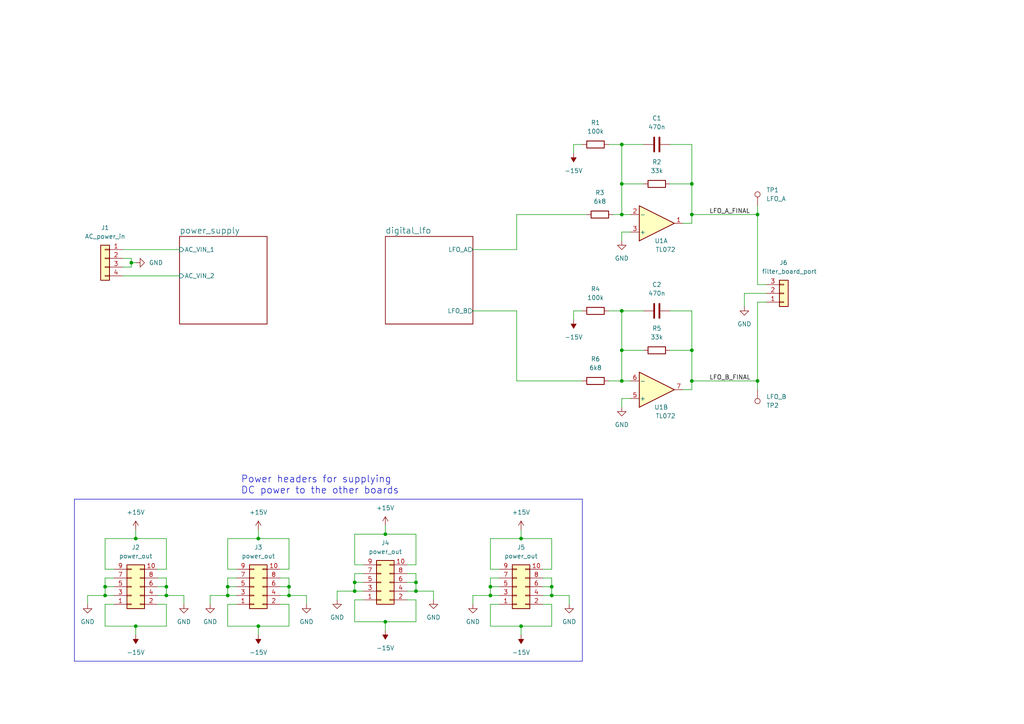
<source format=kicad_sch>
(kicad_sch (version 20230121) (generator eeschema)
  (paper "A4")
  (title_block (title "M.S.M. Stereo Lowpass Filter Pedal") (date "2022-06-07") (rev "0") (comment 2 "creativecommons.org/licenses/by/4.0") (comment 3 "License: CC by 4.0") (comment 4 "Author: Jordan Aceto"))
  (lib_symbols
    (symbol "Amplifier_Operational:TL072" (pin_names (offset 0.127))
      (property "Reference" "U" (at 0 5.08 0))
      (property "Value" "TL072" (at 0 -5.08 0))
      (symbol "TL072_1_1"
        (polyline (pts (xy -5.08 5.08) (xy 5.08 0) (xy -5.08 -5.08) (xy -5.08 5.08)) (stroke (width 0.254)) (fill (type background)))
        (pin output line (at 7.62 0 180) (length 2.54) (name "~") (number "1"))
        (pin input line (at -7.62 -2.54 0) (length 2.54) (name "-") (number "2"))
        (pin input line (at -7.62 2.54 0) (length 2.54) (name "+") (number "3"))
      )
      (symbol "TL072_2_1"
        (polyline (pts (xy -5.08 5.08) (xy 5.08 0) (xy -5.08 -5.08) (xy -5.08 5.08)) (stroke (width 0.254)) (fill (type background)))
        (pin input line (at -7.62 2.54 0) (length 2.54) (name "+") (number "5"))
        (pin input line (at -7.62 -2.54 0) (length 2.54) (name "-") (number "6"))
        (pin output line (at 7.62 0 180) (length 2.54) (name "~") (number "7"))
      )
      (symbol "TL072_3_1"
        (pin power_in line (at -2.54 -7.62 90) (length 3.81) (name "V-") (number "4"))
        (pin power_in line (at -2.54 7.62 270) (length 3.81) (name "V+") (number "8"))
      )
    )
    (symbol "Connector:TestPoint" (pin_numbers hide) (pin_names (offset 0.762) hide)
      (property "Reference" "TP" (at 0 6.858 0))
      (property "Value" "TestPoint" (at 0 5.08 0))
      (symbol "TestPoint_0_1"
        (circle (center 0 3.302) (radius 0.762))
      )
      (symbol "TestPoint_1_1"
        (pin passive line (at 0 0 90) (length 2.54) (name "1") (number "1"))
      )
    )
    (symbol "Connector_Generic:Conn_01x03" (pin_names (offset 1.016) hide)
      (property "Reference" "J" (at 0 5.08 0))
      (property "Value" "Conn_01x03" (at 0 -5.08 0))
      (symbol "Conn_01x03_1_1"
        (rectangle (start -1.27 -2.413) (end 0 -2.667) (stroke (width 0.1524)))
        (rectangle (start -1.27 0.127) (end 0 -0.127) (stroke (width 0.1524)))
        (rectangle (start -1.27 2.667) (end 0 2.413) (stroke (width 0.1524)))
        (rectangle (start -1.27 3.81) (end 1.27 -3.81) (stroke (width 0.254)) (fill (type background)))
        (pin passive line (at -5.08 2.54 0) (length 3.81) (name "Pin_1") (number "1"))
        (pin passive line (at -5.08 0 0) (length 3.81) (name "Pin_2") (number "2"))
        (pin passive line (at -5.08 -2.54 0) (length 3.81) (name "Pin_3") (number "3"))
      )
    )
    (symbol "Connector_Generic:Conn_01x04" (pin_names (offset 1.016) hide)
      (property "Reference" "J" (at 0 5.08 0))
      (property "Value" "Conn_01x04" (at 0 -7.62 0))
      (symbol "Conn_01x04_1_1"
        (rectangle (start -1.27 -4.953) (end 0 -5.207) (stroke (width 0.1524)))
        (rectangle (start -1.27 -2.413) (end 0 -2.667) (stroke (width 0.1524)))
        (rectangle (start -1.27 0.127) (end 0 -0.127) (stroke (width 0.1524)))
        (rectangle (start -1.27 2.667) (end 0 2.413) (stroke (width 0.1524)))
        (rectangle (start -1.27 3.81) (end 1.27 -6.35) (stroke (width 0.254)) (fill (type background)))
        (pin passive line (at -5.08 2.54 0) (length 3.81) (name "Pin_1") (number "1"))
        (pin passive line (at -5.08 0 0) (length 3.81) (name "Pin_2") (number "2"))
        (pin passive line (at -5.08 -2.54 0) (length 3.81) (name "Pin_3") (number "3"))
        (pin passive line (at -5.08 -5.08 0) (length 3.81) (name "Pin_4") (number "4"))
      )
    )
    (symbol "Connector_Generic:Conn_02x05_Odd_Even" (pin_names (offset 1.016) hide)
      (property "Reference" "J" (at 1.27 7.62 0))
      (property "Value" "Conn_02x05_Odd_Even" (at 1.27 -7.62 0))
      (symbol "Conn_02x05_Odd_Even_1_1"
        (rectangle (start -1.27 -4.953) (end 0 -5.207) (stroke (width 0.1524)))
        (rectangle (start -1.27 -2.413) (end 0 -2.667) (stroke (width 0.1524)))
        (rectangle (start -1.27 0.127) (end 0 -0.127) (stroke (width 0.1524)))
        (rectangle (start -1.27 2.667) (end 0 2.413) (stroke (width 0.1524)))
        (rectangle (start -1.27 5.207) (end 0 4.953) (stroke (width 0.1524)))
        (rectangle (start -1.27 6.35) (end 3.81 -6.35) (stroke (width 0.254)) (fill (type background)))
        (rectangle (start 3.81 -4.953) (end 2.54 -5.207) (stroke (width 0.1524)))
        (rectangle (start 3.81 -2.413) (end 2.54 -2.667) (stroke (width 0.1524)))
        (rectangle (start 3.81 0.127) (end 2.54 -0.127) (stroke (width 0.1524)))
        (rectangle (start 3.81 2.667) (end 2.54 2.413) (stroke (width 0.1524)))
        (rectangle (start 3.81 5.207) (end 2.54 4.953) (stroke (width 0.1524)))
        (pin passive line (at -5.08 5.08 0) (length 3.81) (name "Pin_1") (number "1"))
        (pin passive line (at 7.62 -5.08 180) (length 3.81) (name "Pin_10") (number "10"))
        (pin passive line (at 7.62 5.08 180) (length 3.81) (name "Pin_2") (number "2"))
        (pin passive line (at -5.08 2.54 0) (length 3.81) (name "Pin_3") (number "3"))
        (pin passive line (at 7.62 2.54 180) (length 3.81) (name "Pin_4") (number "4"))
        (pin passive line (at -5.08 0 0) (length 3.81) (name "Pin_5") (number "5"))
        (pin passive line (at 7.62 0 180) (length 3.81) (name "Pin_6") (number "6"))
        (pin passive line (at -5.08 -2.54 0) (length 3.81) (name "Pin_7") (number "7"))
        (pin passive line (at 7.62 -2.54 180) (length 3.81) (name "Pin_8") (number "8"))
        (pin passive line (at -5.08 -5.08 0) (length 3.81) (name "Pin_9") (number "9"))
      )
    )
    (symbol "Device:C" (pin_numbers hide) (pin_names (offset 0.254))
      (property "Reference" "C" (at 0.635 2.54 0))
      (property "Value" "C" (at 0.635 -2.54 0))
      (symbol "C_0_1"
        (polyline (pts (xy -2.032 -0.762) (xy 2.032 -0.762)) (stroke (width 0.508)))
        (polyline (pts (xy -2.032 0.762) (xy 2.032 0.762)) (stroke (width 0.508)))
      )
      (symbol "C_1_1"
        (pin passive line (at 0 3.81 270) (length 2.794) (name "~") (number "1"))
        (pin passive line (at 0 -3.81 90) (length 2.794) (name "~") (number "2"))
      )
    )
    (symbol "Device:R" (pin_numbers hide) (pin_names (offset 0))
      (property "Reference" "R" (at 2.032 0 90))
      (property "Value" "R" (at 0 0 90))
      (symbol "R_0_1"
        (rectangle (start -1.016 -2.54) (end 1.016 2.54) (stroke (width 0.254)))
      )
      (symbol "R_1_1"
        (pin passive line (at 0 3.81 270) (length 1.27) (name "~") (number "1"))
        (pin passive line (at 0 -3.81 90) (length 1.27) (name "~") (number "2"))
      )
    )
    (symbol "power:+15V" (power) (pin_names (offset 0))
      (property "Value" "+15V" (at 0 3.556 0))
      (symbol "+15V_0_1"
        (polyline (pts (xy -0.762 1.27) (xy 0 2.54)))
        (polyline (pts (xy 0 0) (xy 0 2.54)))
        (polyline (pts (xy 0 2.54) (xy 0.762 1.27)))
      )
      (symbol "+15V_1_1"
        (pin power_in line (at 0 0 90) (length 0) hide (name "+15V") (number "1"))
      )
    )
    (symbol "power:-15V" (power) (pin_names (offset 0))
      (property "Value" "-15V" (at 0 3.81 0))
      (symbol "-15V_0_0"
        (pin power_in line (at 0 0 90) (length 0) hide (name "-15V") (number "1"))
      )
      (symbol "-15V_0_1"
        (polyline (pts (xy 0 0) (xy 0 1.27) (xy 0.762 1.27) (xy 0 2.54) (xy -0.762 1.27) (xy 0 1.27)) (fill (type outline)))
      )
    )
    (symbol "power:GND" (power) (pin_names (offset 0))
      (property "Value" "GND" (at 0 -3.81 0))
      (symbol "GND_0_1"
        (polyline (pts (xy 0 0) (xy 0 -1.27) (xy 1.27 -1.27) (xy 0 -2.54) (xy -1.27 -1.27) (xy 0 -1.27)))
      )
      (symbol "GND_1_1"
        (pin power_in line (at 0 0 270) (length 0) hide (name "GND") (number "1"))
      )
    )
  )
  (junction (at 83.82 172.72))
  (junction (at 200.66 62.23))
  (junction (at 30.48 172.72))
  (junction (at 66.04 172.72))
  (junction (at 102.87 171.45))
  (junction (at 38.1 76.2))
  (junction (at 142.24 172.72))
  (junction (at 219.71 110.49))
  (junction (at 200.66 53.34))
  (junction (at 200.66 110.49))
  (junction (at 66.04 170.18))
  (junction (at 219.71 62.23))
  (junction (at 111.76 180.34))
  (junction (at 180.34 41.91))
  (junction (at 180.34 101.6))
  (junction (at 74.93 181.61))
  (junction (at 39.37 181.61))
  (junction (at 160.02 170.18))
  (junction (at 48.26 170.18))
  (junction (at 151.13 181.61))
  (junction (at 180.34 90.17))
  (junction (at 180.34 110.49))
  (junction (at 48.26 172.72))
  (junction (at 83.82 170.18))
  (junction (at 102.87 168.91))
  (junction (at 74.93 156.21))
  (junction (at 200.66 101.6))
  (junction (at 180.34 53.34))
  (junction (at 142.24 170.18))
  (junction (at 151.13 156.21))
  (junction (at 39.37 156.21))
  (junction (at 180.34 62.23))
  (junction (at 120.65 168.91))
  (junction (at 160.02 172.72))
  (junction (at 111.76 154.94))
  (junction (at 30.48 170.18))
  (junction (at 120.65 171.45))
  (wire (pts (xy 151.13 153.67) (xy 151.13 156.21)))
  (wire (pts (xy 137.16 175.26) (xy 137.16 172.72)))
  (wire (pts (xy 142.24 170.18) (xy 144.78 170.18)))
  (wire (pts (xy 219.71 113.03) (xy 219.71 110.49)))
  (wire (pts (xy 105.41 173.99) (xy 102.87 173.99)))
  (wire (pts (xy 215.9 85.09) (xy 222.25 85.09)))
  (wire (pts (xy 111.76 180.34) (xy 120.65 180.34)))
  (wire (pts (xy 25.4 175.26) (xy 25.4 172.72)))
  (wire (pts (xy 118.11 171.45) (xy 120.65 171.45)))
  (wire (pts (xy 176.53 90.17) (xy 180.34 90.17)))
  (wire (pts (xy 137.16 90.17) (xy 149.86 90.17)))
  (wire (pts (xy 120.65 168.91) (xy 120.65 166.37)))
  (wire (pts (xy 30.48 170.18) (xy 30.48 172.72)))
  (wire (pts (xy 66.04 181.61) (xy 74.93 181.61)))
  (wire (pts (xy 186.69 90.17) (xy 180.34 90.17)))
  (wire (pts (xy 30.48 165.1) (xy 33.02 165.1)))
  (wire (pts (xy 176.53 41.91) (xy 180.34 41.91)))
  (wire (pts (xy 66.04 167.64) (xy 68.58 167.64)))
  (wire (pts (xy 111.76 180.34) (xy 111.76 182.88)))
  (wire (pts (xy 83.82 156.21) (xy 74.93 156.21)))
  (wire (pts (xy 118.11 168.91) (xy 120.65 168.91)))
  (wire (pts (xy 186.69 41.91) (xy 180.34 41.91)))
  (wire (pts (xy 160.02 175.26) (xy 157.48 175.26)))
  (wire (pts (xy 142.24 167.64) (xy 144.78 167.64)))
  (wire (pts (xy 83.82 181.61) (xy 83.82 175.26)))
  (wire (pts (xy 182.88 110.49) (xy 180.34 110.49)))
  (wire (pts (xy 111.76 154.94) (xy 102.87 154.94)))
  (wire (pts (xy 105.41 171.45) (xy 102.87 171.45)))
  (wire (pts (xy 66.04 156.21) (xy 66.04 165.1)))
  (wire (pts (xy 194.31 53.34) (xy 200.66 53.34)))
  (wire (pts (xy 142.24 167.64) (xy 142.24 170.18)))
  (wire (pts (xy 194.31 101.6) (xy 200.66 101.6)))
  (wire (pts (xy 219.71 59.69) (xy 219.71 62.23)))
  (wire (pts (xy 81.28 167.64) (xy 83.82 167.64)))
  (wire (pts (xy 142.24 156.21) (xy 142.24 165.1)))
  (wire (pts (xy 120.65 173.99) (xy 118.11 173.99)))
  (wire (pts (xy 97.79 171.45) (xy 102.87 171.45)))
  (wire (pts (xy 30.48 181.61) (xy 39.37 181.61)))
  (wire (pts (xy 83.82 165.1) (xy 83.82 156.21)))
  (wire (pts (xy 74.93 156.21) (xy 66.04 156.21)))
  (wire (pts (xy 200.66 90.17) (xy 200.66 101.6)))
  (wire (pts (xy 180.34 53.34) (xy 180.34 62.23)))
  (wire (pts (xy 30.48 175.26) (xy 30.48 181.61)))
  (wire (pts (xy 137.16 172.72) (xy 142.24 172.72)))
  (wire (pts (xy 120.65 154.94) (xy 111.76 154.94)))
  (wire (pts (xy 157.48 167.64) (xy 160.02 167.64)))
  (polyline (pts (xy 168.91 191.77) (xy 168.91 144.78)))
  (wire (pts (xy 33.02 175.26) (xy 30.48 175.26)))
  (wire (pts (xy 180.34 115.57) (xy 182.88 115.57)))
  (wire (pts (xy 177.8 62.23) (xy 180.34 62.23)))
  (wire (pts (xy 81.28 170.18) (xy 83.82 170.18)))
  (wire (pts (xy 120.65 171.45) (xy 120.65 168.91)))
  (wire (pts (xy 102.87 168.91) (xy 102.87 171.45)))
  (polyline (pts (xy 21.59 191.77) (xy 168.91 191.77)))
  (wire (pts (xy 118.11 163.83) (xy 120.65 163.83)))
  (wire (pts (xy 142.24 181.61) (xy 151.13 181.61)))
  (wire (pts (xy 180.34 67.31) (xy 182.88 67.31)))
  (wire (pts (xy 45.72 167.64) (xy 48.26 167.64)))
  (wire (pts (xy 30.48 167.64) (xy 30.48 170.18)))
  (wire (pts (xy 66.04 170.18) (xy 68.58 170.18)))
  (wire (pts (xy 182.88 62.23) (xy 180.34 62.23)))
  (wire (pts (xy 200.66 62.23) (xy 219.71 62.23)))
  (wire (pts (xy 165.1 172.72) (xy 160.02 172.72)))
  (wire (pts (xy 144.78 172.72) (xy 142.24 172.72)))
  (wire (pts (xy 157.48 170.18) (xy 160.02 170.18)))
  (wire (pts (xy 30.48 167.64) (xy 33.02 167.64)))
  (wire (pts (xy 60.96 175.26) (xy 60.96 172.72)))
  (wire (pts (xy 102.87 166.37) (xy 102.87 168.91)))
  (wire (pts (xy 68.58 175.26) (xy 66.04 175.26)))
  (wire (pts (xy 151.13 156.21) (xy 142.24 156.21)))
  (wire (pts (xy 118.11 166.37) (xy 120.65 166.37)))
  (wire (pts (xy 74.93 181.61) (xy 74.93 184.15)))
  (wire (pts (xy 66.04 165.1) (xy 68.58 165.1)))
  (wire (pts (xy 53.34 175.26) (xy 53.34 172.72)))
  (wire (pts (xy 219.71 110.49) (xy 219.71 87.63)))
  (wire (pts (xy 102.87 168.91) (xy 105.41 168.91)))
  (wire (pts (xy 35.56 72.39) (xy 52.07 72.39)))
  (wire (pts (xy 66.04 170.18) (xy 66.04 172.72)))
  (wire (pts (xy 111.76 152.4) (xy 111.76 154.94)))
  (wire (pts (xy 60.96 172.72) (xy 66.04 172.72)))
  (wire (pts (xy 35.56 80.01) (xy 52.07 80.01)))
  (wire (pts (xy 151.13 181.61) (xy 160.02 181.61)))
  (wire (pts (xy 200.66 110.49) (xy 200.66 101.6)))
  (wire (pts (xy 30.48 170.18) (xy 33.02 170.18)))
  (wire (pts (xy 48.26 172.72) (xy 48.26 170.18)))
  (wire (pts (xy 38.1 76.2) (xy 38.1 74.93)))
  (wire (pts (xy 180.34 90.17) (xy 180.34 101.6)))
  (wire (pts (xy 97.79 173.99) (xy 97.79 171.45)))
  (wire (pts (xy 45.72 165.1) (xy 48.26 165.1)))
  (wire (pts (xy 144.78 175.26) (xy 142.24 175.26)))
  (wire (pts (xy 222.25 82.55) (xy 219.71 82.55)))
  (wire (pts (xy 39.37 181.61) (xy 39.37 184.15)))
  (wire (pts (xy 48.26 165.1) (xy 48.26 156.21)))
  (wire (pts (xy 48.26 156.21) (xy 39.37 156.21)))
  (wire (pts (xy 157.48 165.1) (xy 160.02 165.1)))
  (wire (pts (xy 88.9 175.26) (xy 88.9 172.72)))
  (wire (pts (xy 33.02 172.72) (xy 30.48 172.72)))
  (wire (pts (xy 149.86 62.23) (xy 170.18 62.23)))
  (wire (pts (xy 142.24 170.18) (xy 142.24 172.72)))
  (wire (pts (xy 142.24 175.26) (xy 142.24 181.61)))
  (wire (pts (xy 160.02 156.21) (xy 151.13 156.21)))
  (wire (pts (xy 176.53 110.49) (xy 180.34 110.49)))
  (wire (pts (xy 200.66 113.03) (xy 200.66 110.49)))
  (wire (pts (xy 166.37 44.45) (xy 166.37 41.91)))
  (wire (pts (xy 180.34 69.85) (xy 180.34 67.31)))
  (wire (pts (xy 180.34 118.11) (xy 180.34 115.57)))
  (wire (pts (xy 149.86 72.39) (xy 149.86 62.23)))
  (wire (pts (xy 157.48 172.72) (xy 160.02 172.72)))
  (wire (pts (xy 48.26 175.26) (xy 45.72 175.26)))
  (wire (pts (xy 66.04 167.64) (xy 66.04 170.18)))
  (wire (pts (xy 81.28 165.1) (xy 83.82 165.1)))
  (wire (pts (xy 120.65 163.83) (xy 120.65 154.94)))
  (wire (pts (xy 48.26 170.18) (xy 48.26 167.64)))
  (wire (pts (xy 180.34 101.6) (xy 180.34 110.49)))
  (wire (pts (xy 198.12 64.77) (xy 200.66 64.77)))
  (wire (pts (xy 125.73 173.99) (xy 125.73 171.45)))
  (wire (pts (xy 200.66 62.23) (xy 200.66 53.34)))
  (wire (pts (xy 39.37 156.21) (xy 30.48 156.21)))
  (wire (pts (xy 180.34 41.91) (xy 180.34 53.34)))
  (wire (pts (xy 180.34 53.34) (xy 186.69 53.34)))
  (wire (pts (xy 151.13 181.61) (xy 151.13 184.15)))
  (wire (pts (xy 30.48 156.21) (xy 30.48 165.1)))
  (wire (pts (xy 45.72 172.72) (xy 48.26 172.72)))
  (wire (pts (xy 200.66 64.77) (xy 200.66 62.23)))
  (wire (pts (xy 68.58 172.72) (xy 66.04 172.72)))
  (wire (pts (xy 102.87 173.99) (xy 102.87 180.34)))
  (wire (pts (xy 180.34 101.6) (xy 186.69 101.6)))
  (wire (pts (xy 39.37 153.67) (xy 39.37 156.21)))
  (wire (pts (xy 53.34 172.72) (xy 48.26 172.72)))
  (wire (pts (xy 198.12 113.03) (xy 200.66 113.03)))
  (wire (pts (xy 149.86 90.17) (xy 149.86 110.49)))
  (wire (pts (xy 160.02 170.18) (xy 160.02 167.64)))
  (wire (pts (xy 200.66 110.49) (xy 219.71 110.49)))
  (wire (pts (xy 83.82 175.26) (xy 81.28 175.26)))
  (wire (pts (xy 166.37 41.91) (xy 168.91 41.91)))
  (wire (pts (xy 166.37 92.71) (xy 166.37 90.17)))
  (wire (pts (xy 160.02 181.61) (xy 160.02 175.26)))
  (wire (pts (xy 194.31 90.17) (xy 200.66 90.17)))
  (wire (pts (xy 102.87 166.37) (xy 105.41 166.37)))
  (wire (pts (xy 25.4 172.72) (xy 30.48 172.72)))
  (wire (pts (xy 38.1 76.2) (xy 39.37 76.2)))
  (wire (pts (xy 160.02 165.1) (xy 160.02 156.21)))
  (wire (pts (xy 74.93 153.67) (xy 74.93 156.21)))
  (wire (pts (xy 38.1 74.93) (xy 35.56 74.93)))
  (wire (pts (xy 215.9 85.09) (xy 215.9 88.9)))
  (wire (pts (xy 74.93 181.61) (xy 83.82 181.61)))
  (wire (pts (xy 165.1 175.26) (xy 165.1 172.72)))
  (wire (pts (xy 200.66 41.91) (xy 200.66 53.34)))
  (wire (pts (xy 66.04 175.26) (xy 66.04 181.61)))
  (wire (pts (xy 35.56 77.47) (xy 38.1 77.47)))
  (wire (pts (xy 219.71 82.55) (xy 219.71 62.23)))
  (wire (pts (xy 81.28 172.72) (xy 83.82 172.72)))
  (wire (pts (xy 194.31 41.91) (xy 200.66 41.91)))
  (wire (pts (xy 83.82 172.72) (xy 83.82 170.18)))
  (wire (pts (xy 160.02 172.72) (xy 160.02 170.18)))
  (wire (pts (xy 219.71 87.63) (xy 222.25 87.63)))
  (wire (pts (xy 39.37 181.61) (xy 48.26 181.61)))
  (wire (pts (xy 137.16 72.39) (xy 149.86 72.39)))
  (polyline (pts (xy 168.91 144.78) (xy 21.59 144.78)))
  (wire (pts (xy 48.26 181.61) (xy 48.26 175.26)))
  (wire (pts (xy 125.73 171.45) (xy 120.65 171.45)))
  (wire (pts (xy 149.86 110.49) (xy 168.91 110.49)))
  (wire (pts (xy 102.87 154.94) (xy 102.87 163.83)))
  (wire (pts (xy 102.87 163.83) (xy 105.41 163.83)))
  (polyline (pts (xy 21.59 144.78) (xy 21.59 191.77)))
  (wire (pts (xy 120.65 180.34) (xy 120.65 173.99)))
  (wire (pts (xy 88.9 172.72) (xy 83.82 172.72)))
  (wire (pts (xy 142.24 165.1) (xy 144.78 165.1)))
  (wire (pts (xy 102.87 180.34) (xy 111.76 180.34)))
  (wire (pts (xy 38.1 77.47) (xy 38.1 76.2)))
  (wire (pts (xy 45.72 170.18) (xy 48.26 170.18)))
  (wire (pts (xy 166.37 90.17) (xy 168.91 90.17)))
  (wire (pts (xy 83.82 170.18) (xy 83.82 167.64)))
  (text "Power headers for supplying\nDC power to the other boards" (at 69.85 143.51 0) (effects (font (size 2 2)) (justify left bottom)))
  (label "LFO_B_FINAL" (at 205.74 110.49 0))
  (label "LFO_A_FINAL" (at 205.74 62.23 0))
  (symbol (lib_id "power:GND") (at 60.96 175.26 0) (mirror y) (unit 1)
    (property "Reference" "#PWR014" (effects hide))
    (property "Value" "GND" (at 60.96 180.34 0))
  )
  (symbol (lib_id "Device:R") (at 190.5 101.6 90) (unit 1)
    (property "Reference" "R5" (at 190.5 95.25 90))
    (property "Value" "33k" (at 190.5 97.79 90))
    (property "Footprint" "Resistor_SMD:R_0805_2012Metric" (effects hide))
  )
  (symbol (lib_id "Device:C") (at 190.5 90.17 90) (unit 1)
    (property "Reference" "C2" (at 190.5 82.55 90))
    (property "Value" "470n" (at 190.5 85.09 90))
    (property "Footprint" "Capacitor_SMD:C_0805_2012Metric" (effects hide))
  )
  (symbol (lib_id "power:+15V") (at 74.93 153.67 0) (unit 1)
    (property "Reference" "#PWR08" (effects hide))
    (property "Value" "+15V" (at 74.93 148.59 0))
  )
  (symbol (lib_id "power:GND") (at 215.9 88.9 0) (unit 1)
    (property "Reference" "#PWR03" (effects hide))
    (property "Value" "GND" (at 215.9 93.98 0))
  )
  (symbol (lib_id "Device:R") (at 172.72 90.17 90) (unit 1)
    (property "Reference" "R4" (at 172.72 83.82 90))
    (property "Value" "100k" (at 172.72 86.36 90))
    (property "Footprint" "Resistor_SMD:R_0805_2012Metric" (effects hide))
  )
  (symbol (lib_id "power:GND") (at 88.9 175.26 0) (unit 1)
    (property "Reference" "#PWR015" (effects hide))
    (property "Value" "GND" (at 88.9 180.34 0))
  )
  (symbol (lib_id "Device:R") (at 172.72 41.91 90) (unit 1)
    (property "Reference" "R1" (at 172.72 35.56 90))
    (property "Value" "100k" (at 172.72 38.1 90))
    (property "Footprint" "Resistor_SMD:R_0805_2012Metric" (effects hide))
  )
  (symbol (lib_id "Connector_Generic:Conn_02x05_Odd_Even") (at 110.49 168.91 0) (mirror x) (unit 1)
    (property "Reference" "J4" (at 111.76 157.48 0))
    (property "Value" "power_out" (at 111.76 160.02 0))
    (property "Footprint" "Connector_IDC:IDC-Header_2x05_P2.54mm_Vertical" (effects hide))
  )
  (symbol (lib_id "Device:C") (at 190.5 41.91 90) (unit 1)
    (property "Reference" "C1" (at 190.5 34.29 90))
    (property "Value" "470n" (at 190.5 36.83 90))
    (property "Footprint" "Capacitor_SMD:C_0805_2012Metric" (effects hide))
  )
  (symbol (lib_id "power:-15V") (at 151.13 184.15 180) (unit 1)
    (property "Reference" "#PWR021" (effects hide))
    (property "Value" "-15V" (at 151.13 189.23 0))
  )
  (symbol (lib_id "power:GND") (at 97.79 173.99 0) (mirror y) (unit 1)
    (property "Reference" "#PWR010" (effects hide))
    (property "Value" "GND" (at 97.79 179.07 0))
  )
  (symbol (lib_id "Device:R") (at 190.5 53.34 90) (unit 1)
    (property "Reference" "R2" (at 190.5 46.99 90))
    (property "Value" "33k" (at 190.5 49.53 90))
    (property "Footprint" "Resistor_SMD:R_0805_2012Metric" (effects hide))
  )
  (symbol (lib_id "Connector:TestPoint") (at 219.71 113.03 0) (mirror x) (unit 1)
    (property "Reference" "TP2" (at 222.25 117.6021 0) (effects (justify left)))
    (property "Value" "LFO_B" (at 222.25 115.0621 0) (effects (justify left)))
    (property "Footprint" "TestPoint:TestPoint_Keystone_5000-5004_Miniature" (effects hide))
  )
  (symbol (lib_id "power:GND") (at 137.16 175.26 0) (mirror y) (unit 1)
    (property "Reference" "#PWR016" (effects hide))
    (property "Value" "GND" (at 137.16 180.34 0))
  )
  (symbol (lib_id "power:-15V") (at 166.37 92.71 180) (unit 1)
    (property "Reference" "#PWR04" (effects hide))
    (property "Value" "-15V" (at 166.37 97.79 0))
  )
  (symbol (lib_id "Connector:TestPoint") (at 219.71 59.69 0) (unit 1)
    (property "Reference" "TP1" (at 222.25 55.1179 0) (effects (justify left)))
    (property "Value" "LFO_A" (at 222.25 57.6579 0) (effects (justify left)))
    (property "Footprint" "TestPoint:TestPoint_Keystone_5000-5004_Miniature" (effects hide))
  )
  (symbol (lib_id "power:GND") (at 180.34 69.85 0) (unit 1)
    (property "Reference" "#PWR02" (effects hide))
    (property "Value" "GND" (at 180.34 74.93 0))
  )
  (symbol (lib_id "power:-15V") (at 74.93 184.15 180) (unit 1)
    (property "Reference" "#PWR020" (effects hide))
    (property "Value" "-15V" (at 74.93 189.23 0))
  )
  (symbol (lib_id "power:+15V") (at 151.13 153.67 0) (unit 1)
    (property "Reference" "#PWR09" (effects hide))
    (property "Value" "+15V" (at 151.13 148.59 0))
  )
  (symbol (lib_id "Device:R") (at 172.72 110.49 90) (unit 1)
    (property "Reference" "R6" (at 172.72 104.14 90))
    (property "Value" "6k8" (at 172.72 106.68 90))
    (property "Footprint" "Resistor_SMD:R_0805_2012Metric" (effects hide))
  )
  (symbol (lib_id "Device:R") (at 173.99 62.23 90) (unit 1)
    (property "Reference" "R3" (at 173.99 55.88 90))
    (property "Value" "6k8" (at 173.99 58.42 90))
    (property "Footprint" "Resistor_SMD:R_0805_2012Metric" (effects hide))
  )
  (symbol (lib_id "Connector_Generic:Conn_01x03") (at 227.33 85.09 0) (mirror x) (unit 1)
    (property "Reference" "J6" (at 226.06 76.2 0) (effects (justify left)))
    (property "Value" "filter_board_port" (at 220.98 78.74 0) (effects (justify left)))
    (property "Footprint" "Connector_Molex:Molex_KK-254_AE-6410-03A_1x03_P2.54mm_Vertical" (effects hide))
  )
  (symbol (lib_id "Connector_Generic:Conn_02x05_Odd_Even") (at 73.66 170.18 0) (mirror x) (unit 1)
    (property "Reference" "J3" (at 74.93 158.75 0))
    (property "Value" "power_out" (at 74.93 161.29 0))
    (property "Footprint" "Connector_IDC:IDC-Header_2x05_P2.54mm_Vertical" (effects hide))
  )
  (symbol (lib_id "power:-15V") (at 166.37 44.45 180) (unit 1)
    (property "Reference" "#PWR01" (effects hide))
    (property "Value" "-15V" (at 166.37 49.53 0))
  )
  (symbol (lib_id "Connector_Generic:Conn_02x05_Odd_Even") (at 149.86 170.18 0) (mirror x) (unit 1)
    (property "Reference" "J5" (at 151.13 158.75 0))
    (property "Value" "power_out" (at 151.13 161.29 0))
    (property "Footprint" "Connector_IDC:IDC-Header_2x05_P2.54mm_Vertical" (effects hide))
  )
  (symbol (lib_id "Connector_Generic:Conn_01x04") (at 30.48 74.93 0) (mirror y) (unit 1)
    (property "Reference" "J1" (at 30.48 66.04 0))
    (property "Value" "AC_power_in" (at 30.48 68.58 0))
    (property "Footprint" "Connector_Molex:Molex_Mini-Fit_Jr_5566-04A_2x02_P4.20mm_Vertical" (effects hide))
  )
  (symbol (lib_id "Connector_Generic:Conn_02x05_Odd_Even") (at 38.1 170.18 0) (mirror x) (unit 1)
    (property "Reference" "J2" (at 39.37 158.75 0))
    (property "Value" "power_out" (at 39.37 161.29 0))
    (property "Footprint" "Connector_IDC:IDC-Header_2x05_P2.54mm_Vertical" (effects hide))
  )
  (symbol (lib_id "power:-15V") (at 111.76 182.88 180) (unit 1)
    (property "Reference" "#PWR018" (effects hide))
    (property "Value" "-15V" (at 111.76 187.96 0))
  )
  (symbol (lib_id "power:GND") (at 53.34 175.26 0) (unit 1)
    (property "Reference" "#PWR013" (effects hide))
    (property "Value" "GND" (at 53.34 180.34 0))
  )
  (symbol (lib_id "power:+15V") (at 111.76 152.4 0) (unit 1)
    (property "Reference" "#PWR06" (effects hide))
    (property "Value" "+15V" (at 111.76 147.32 0))
  )
  (symbol (lib_id "power:GND") (at 39.37 76.2 90) (unit 1)
    (property "Reference" "#PWR022" (effects hide))
    (property "Value" "GND" (at 43.18 76.1999 90) (effects (justify right)))
  )
  (symbol (lib_id "Amplifier_Operational:TL072") (at 190.5 113.03 0) (mirror x) (unit 2)
    (property "Reference" "U1" (at 191.77 118.11 0))
    (property "Value" "TL072" (at 193.04 120.65 0))
    (property "Footprint" "Package_SO:SOIC-8_3.9x4.9mm_P1.27mm" (effects hide))
    (property "Datasheet" "http://www.ti.com/lit/ds/symlink/tl071.pdf" (effects hide))
  )
  (symbol (lib_id "power:GND") (at 125.73 173.99 0) (unit 1)
    (property "Reference" "#PWR011" (effects hide))
    (property "Value" "GND" (at 125.73 179.07 0))
  )
  (symbol (lib_id "power:-15V") (at 39.37 184.15 180) (unit 1)
    (property "Reference" "#PWR019" (effects hide))
    (property "Value" "-15V" (at 39.37 189.23 0))
  )
  (symbol (lib_id "power:GND") (at 180.34 118.11 0) (unit 1)
    (property "Reference" "#PWR05" (effects hide))
    (property "Value" "GND" (at 180.34 123.19 0))
  )
  (symbol (lib_id "Amplifier_Operational:TL072") (at 190.5 64.77 0) (mirror x) (unit 1)
    (property "Reference" "U1" (at 191.77 69.85 0))
    (property "Value" "TL072" (at 193.04 72.39 0))
    (property "Footprint" "Package_SO:SOIC-8_3.9x4.9mm_P1.27mm" (effects hide))
    (property "Datasheet" "http://www.ti.com/lit/ds/symlink/tl071.pdf" (effects hide))
  )
  (symbol (lib_id "power:GND") (at 165.1 175.26 0) (unit 1)
    (property "Reference" "#PWR017" (effects hide))
    (property "Value" "GND" (at 165.1 180.34 0))
  )
  (symbol (lib_id "power:GND") (at 25.4 175.26 0) (mirror y) (unit 1)
    (property "Reference" "#PWR012" (effects hide))
    (property "Value" "GND" (at 25.4 180.34 0))
  )
  (symbol (lib_id "power:+15V") (at 39.37 153.67 0) (unit 1)
    (property "Reference" "#PWR07" (effects hide))
    (property "Value" "+15V" (at 39.37 148.59 0))
  )
  (sheet (at 52.07 68.58) (size 25.4 25.4) (stroke (width 0.1524))
    (property "Sheetname" "power_supply" (at 52.07 67.8684 0) (effects (font (size 1.75 1.75)) (justify left bottom)))
    (property "Sheetfile" "power_supply.kicad_sch" (effects hide))
    (pin "AC_VIN_2" input (at 52.07 80.01 180))
    (pin "AC_VIN_1" input (at 52.07 72.39 180))
  )
  (sheet (at 111.76 68.58) (size 25.4 25.4)
    (property "Sheetname" "digital_lfo" (at 111.76 67.8684 0) (effects (font (size 1.75 1.75)) (justify left bottom)))
    (property "Sheetfile" "digital_lfo.kicad_sch" (effects hide))
    (pin "LFO_A" output (at 137.16 72.39 0))
    (pin "LFO_B" output (at 137.16 90.17 0))
  )
)
</source>
